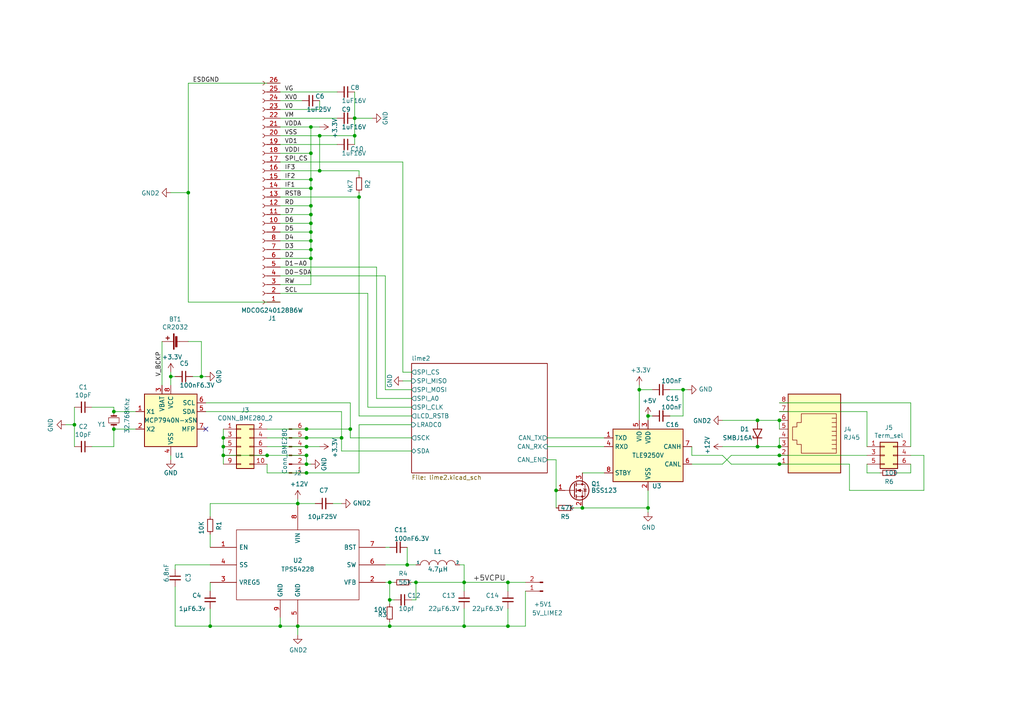
<source format=kicad_sch>
(kicad_sch (version 20211123) (generator eeschema)
  (paper "A4")
  (title_block (title "SHIELD") (date "13 mar 2014") (comment 1 "Template"))
  (lib_symbols
    (symbol "Connector:Conn_01x02_Male" (pin_names (offset 1.016) hide)
      (property "Reference" "J" (at 0 2.54 0))
      (property "Value" "Conn_01x02_Male" (at 0 -5.08 0))
      (symbol "Conn_01x02_Male_1_1"
        (polyline (pts (xy 1.27 -2.54) (xy 0.8636 -2.54)) (stroke (width 0.1524)))
        (polyline (pts (xy 1.27 0) (xy 0.8636 0)) (stroke (width 0.1524)))
        (rectangle (start 0.8636 -2.413) (end 0 -2.667) (stroke (width 0.1524)) (fill (type outline)))
        (rectangle (start 0.8636 0.127) (end 0 -0.127) (stroke (width 0.1524)) (fill (type outline)))
        (pin passive line (at 5.08 0 180) (length 3.81) (name "Pin_1") (number "1"))
        (pin passive line (at 5.08 -2.54 180) (length 3.81) (name "Pin_2") (number "2"))
      )
    )
    (symbol "Connector:Conn_01x06_Male" (pin_names (offset 1.016) hide)
      (property "Reference" "J" (at 0 7.62 0))
      (property "Value" "Conn_01x06_Male" (at 0 -10.16 0))
      (symbol "Conn_01x06_Male_1_1"
        (polyline (pts (xy 1.27 -7.62) (xy 0.8636 -7.62)) (stroke (width 0.1524)))
        (polyline (pts (xy 1.27 -5.08) (xy 0.8636 -5.08)) (stroke (width 0.1524)))
        (polyline (pts (xy 1.27 -2.54) (xy 0.8636 -2.54)) (stroke (width 0.1524)))
        (polyline (pts (xy 1.27 0) (xy 0.8636 0)) (stroke (width 0.1524)))
        (polyline (pts (xy 1.27 2.54) (xy 0.8636 2.54)) (stroke (width 0.1524)))
        (polyline (pts (xy 1.27 5.08) (xy 0.8636 5.08)) (stroke (width 0.1524)))
        (rectangle (start 0.8636 -7.493) (end 0 -7.747) (stroke (width 0.1524)) (fill (type outline)))
        (rectangle (start 0.8636 -4.953) (end 0 -5.207) (stroke (width 0.1524)) (fill (type outline)))
        (rectangle (start 0.8636 -2.413) (end 0 -2.667) (stroke (width 0.1524)) (fill (type outline)))
        (rectangle (start 0.8636 0.127) (end 0 -0.127) (stroke (width 0.1524)) (fill (type outline)))
        (rectangle (start 0.8636 2.667) (end 0 2.413) (stroke (width 0.1524)) (fill (type outline)))
        (rectangle (start 0.8636 5.207) (end 0 4.953) (stroke (width 0.1524)) (fill (type outline)))
        (pin passive line (at 5.08 5.08 180) (length 3.81) (name "Pin_1") (number "1"))
        (pin passive line (at 5.08 2.54 180) (length 3.81) (name "Pin_2") (number "2"))
        (pin passive line (at 5.08 0 180) (length 3.81) (name "Pin_3") (number "3"))
        (pin passive line (at 5.08 -2.54 180) (length 3.81) (name "Pin_4") (number "4"))
        (pin passive line (at 5.08 -5.08 180) (length 3.81) (name "Pin_5") (number "5"))
        (pin passive line (at 5.08 -7.62 180) (length 3.81) (name "Pin_6") (number "6"))
      )
    )
    (symbol "Connector:Conn_01x26_Female" (pin_names (offset 1.016) hide)
      (property "Reference" "J" (at 0 33.02 0))
      (property "Value" "Conn_01x26_Female" (at 0 -35.56 0))
      (symbol "Conn_01x26_Female_1_1"
        (arc (start 0 -32.512) (mid -0.508 -33.02) (end 0 -33.528) (stroke (width 0.1524)))
        (arc (start 0 -29.972) (mid -0.508 -30.48) (end 0 -30.988) (stroke (width 0.1524)))
        (arc (start 0 -27.432) (mid -0.508 -27.94) (end 0 -28.448) (stroke (width 0.1524)))
        (arc (start 0 -24.892) (mid -0.508 -25.4) (end 0 -25.908) (stroke (width 0.1524)))
        (arc (start 0 -22.352) (mid -0.508 -22.86) (end 0 -23.368) (stroke (width 0.1524)))
        (arc (start 0 -19.812) (mid -0.508 -20.32) (end 0 -20.828) (stroke (width 0.1524)))
        (arc (start 0 -17.272) (mid -0.508 -17.78) (end 0 -18.288) (stroke (width 0.1524)))
        (arc (start 0 -14.732) (mid -0.508 -15.24) (end 0 -15.748) (stroke (width 0.1524)))
        (arc (start 0 -12.192) (mid -0.508 -12.7) (end 0 -13.208) (stroke (width 0.1524)))
        (arc (start 0 -9.652) (mid -0.508 -10.16) (end 0 -10.668) (stroke (width 0.1524)))
        (arc (start 0 -7.112) (mid -0.508 -7.62) (end 0 -8.128) (stroke (width 0.1524)))
        (arc (start 0 -4.572) (mid -0.508 -5.08) (end 0 -5.588) (stroke (width 0.1524)))
        (arc (start 0 -2.032) (mid -0.508 -2.54) (end 0 -3.048) (stroke (width 0.1524)))
        (polyline (pts (xy -1.27 -33.02) (xy -0.508 -33.02)) (stroke (width 0.1524)))
        (polyline (pts (xy -1.27 -30.48) (xy -0.508 -30.48)) (stroke (width 0.1524)))
        (polyline (pts (xy -1.27 -27.94) (xy -0.508 -27.94)) (stroke (width 0.1524)))
        (polyline (pts (xy -1.27 -25.4) (xy -0.508 -25.4)) (stroke (width 0.1524)))
        (polyline (pts (xy -1.27 -22.86) (xy -0.508 -22.86)) (stroke (width 0.1524)))
        (polyline (pts (xy -1.27 -20.32) (xy -0.508 -20.32)) (stroke (width 0.1524)))
        (polyline (pts (xy -1.27 -17.78) (xy -0.508 -17.78)) (stroke (width 0.1524)))
        (polyline (pts (xy -1.27 -15.24) (xy -0.508 -15.24)) (stroke (width 0.1524)))
        (polyline (pts (xy -1.27 -12.7) (xy -0.508 -12.7)) (stroke (width 0.1524)))
        (polyline (pts (xy -1.27 -10.16) (xy -0.508 -10.16)) (stroke (width 0.1524)))
        (polyline (pts (xy -1.27 -7.62) (xy -0.508 -7.62)) (stroke (width 0.1524)))
        (polyline (pts (xy -1.27 -5.08) (xy -0.508 -5.08)) (stroke (width 0.1524)))
        (polyline (pts (xy -1.27 -2.54) (xy -0.508 -2.54)) (stroke (width 0.1524)))
        (polyline (pts (xy -1.27 0) (xy -0.508 0)) (stroke (width 0.1524)))
        (polyline (pts (xy -1.27 2.54) (xy -0.508 2.54)) (stroke (width 0.1524)))
        (polyline (pts (xy -1.27 5.08) (xy -0.508 5.08)) (stroke (width 0.1524)))
        (polyline (pts (xy -1.27 7.62) (xy -0.508 7.62)) (stroke (width 0.1524)))
        (polyline (pts (xy -1.27 10.16) (xy -0.508 10.16)) (stroke (width 0.1524)))
        (polyline (pts (xy -1.27 12.7) (xy -0.508 12.7)) (stroke (width 0.1524)))
        (polyline (pts (xy -1.27 15.24) (xy -0.508 15.24)) (stroke (width 0.1524)))
        (polyline (pts (xy -1.27 17.78) (xy -0.508 17.78)) (stroke (width 0.1524)))
        (polyline (pts (xy -1.27 20.32) (xy -0.508 20.32)) (stroke (width 0.1524)))
        (polyline (pts (xy -1.27 22.86) (xy -0.508 22.86)) (stroke (width 0.1524)))
        (polyline (pts (xy -1.27 25.4) (xy -0.508 25.4)) (stroke (width 0.1524)))
        (polyline (pts (xy -1.27 27.94) (xy -0.508 27.94)) (stroke (width 0.1524)))
        (polyline (pts (xy -1.27 30.48) (xy -0.508 30.48)) (stroke (width 0.1524)))
        (arc (start 0 0.508) (mid -0.508 0) (end 0 -0.508) (stroke (width 0.1524)))
        (arc (start 0 3.048) (mid -0.508 2.54) (end 0 2.032) (stroke (width 0.1524)))
        (arc (start 0 5.588) (mid -0.508 5.08) (end 0 4.572) (stroke (width 0.1524)))
        (arc (start 0 8.128) (mid -0.508 7.62) (end 0 7.112) (stroke (width 0.1524)))
        (arc (start 0 10.668) (mid -0.508 10.16) (end 0 9.652) (stroke (width 0.1524)))
        (arc (start 0 13.208) (mid -0.508 12.7) (end 0 12.192) (stroke (width 0.1524)))
        (arc (start 0 15.748) (mid -0.508 15.24) (end 0 14.732) (stroke (width 0.1524)))
        (arc (start 0 18.288) (mid -0.508 17.78) (end 0 17.272) (stroke (width 0.1524)))
        (arc (start 0 20.828) (mid -0.508 20.32) (end 0 19.812) (stroke (width 0.1524)))
        (arc (start 0 23.368) (mid -0.508 22.86) (end 0 22.352) (stroke (width 0.1524)))
        (arc (start 0 25.908) (mid -0.508 25.4) (end 0 24.892) (stroke (width 0.1524)))
        (arc (start 0 28.448) (mid -0.508 27.94) (end 0 27.432) (stroke (width 0.1524)))
        (arc (start 0 30.988) (mid -0.508 30.48) (end 0 29.972) (stroke (width 0.1524)))
        (pin passive line (at -5.08 30.48 0) (length 3.81) (name "Pin_1") (number "1"))
        (pin passive line (at -5.08 7.62 0) (length 3.81) (name "Pin_10") (number "10"))
        (pin passive line (at -5.08 5.08 0) (length 3.81) (name "Pin_11") (number "11"))
        (pin passive line (at -5.08 2.54 0) (length 3.81) (name "Pin_12") (number "12"))
        (pin passive line (at -5.08 0 0) (length 3.81) (name "Pin_13") (number "13"))
        (pin passive line (at -5.08 -2.54 0) (length 3.81) (name "Pin_14") (number "14"))
        (pin passive line (at -5.08 -5.08 0) (length 3.81) (name "Pin_15") (number "15"))
        (pin passive line (at -5.08 -7.62 0) (length 3.81) (name "Pin_16") (number "16"))
        (pin passive line (at -5.08 -10.16 0) (length 3.81) (name "Pin_17") (number "17"))
        (pin passive line (at -5.08 -12.7 0) (length 3.81) (name "Pin_18") (number "18"))
        (pin passive line (at -5.08 -15.24 0) (length 3.81) (name "Pin_19") (number "19"))
        (pin passive line (at -5.08 27.94 0) (length 3.81) (name "Pin_2") (number "2"))
        (pin passive line (at -5.08 -17.78 0) (length 3.81) (name "Pin_20") (number "20"))
        (pin passive line (at -5.08 -20.32 0) (length 3.81) (name "Pin_21") (number "21"))
        (pin passive line (at -5.08 -22.86 0) (length 3.81) (name "Pin_22") (number "22"))
        (pin passive line (at -5.08 -25.4 0) (length 3.81) (name "Pin_23") (number "23"))
        (pin passive line (at -5.08 -27.94 0) (length 3.81) (name "Pin_24") (number "24"))
        (pin passive line (at -5.08 -30.48 0) (length 3.81) (name "Pin_25") (number "25"))
        (pin passive line (at -5.08 -33.02 0) (length 3.81) (name "Pin_26") (number "26"))
        (pin passive line (at -5.08 25.4 0) (length 3.81) (name "Pin_3") (number "3"))
        (pin passive line (at -5.08 22.86 0) (length 3.81) (name "Pin_4") (number "4"))
        (pin passive line (at -5.08 20.32 0) (length 3.81) (name "Pin_5") (number "5"))
        (pin passive line (at -5.08 17.78 0) (length 3.81) (name "Pin_6") (number "6"))
        (pin passive line (at -5.08 15.24 0) (length 3.81) (name "Pin_7") (number "7"))
        (pin passive line (at -5.08 12.7 0) (length 3.81) (name "Pin_8") (number "8"))
        (pin passive line (at -5.08 10.16 0) (length 3.81) (name "Pin_9") (number "9"))
      )
    )
    (symbol "Connector:RJ45" (pin_names (offset 1.016))
      (property "Reference" "J" (at -5.08 13.97 0))
      (property "Value" "RJ45" (at 2.54 13.97 0))
      (symbol "RJ45_0_1"
        (polyline (pts (xy -5.08 4.445) (xy -6.35 4.445)))
        (polyline (pts (xy -5.08 5.715) (xy -6.35 5.715)))
        (polyline (pts (xy -6.35 -3.175) (xy -5.08 -3.175) (xy -5.08 -3.175)))
        (polyline (pts (xy -6.35 -1.905) (xy -5.08 -1.905) (xy -5.08 -1.905)))
        (polyline (pts (xy -6.35 -0.635) (xy -5.08 -0.635) (xy -5.08 -0.635)))
        (polyline (pts (xy -6.35 0.635) (xy -5.08 0.635) (xy -5.08 0.635)))
        (polyline (pts (xy -6.35 1.905) (xy -5.08 1.905) (xy -5.08 1.905)))
        (polyline (pts (xy -5.08 3.175) (xy -6.35 3.175) (xy -6.35 3.175)))
        (polyline (pts (xy -6.35 -4.445) (xy -6.35 6.985) (xy 3.81 6.985) (xy 3.81 4.445) (xy 5.08 4.445) (xy 5.08 3.175) (xy 6.35 3.175) (xy 6.35 -0.635) (xy 5.08 -0.635) (xy 5.08 -1.905) (xy 3.81 -1.905) (xy 3.81 -4.445) (xy -6.35 -4.445) (xy -6.35 -4.445)))
        (rectangle (start 7.62 12.7) (end -7.62 -10.16) (stroke (width 0.254)) (fill (type background)))
      )
      (symbol "RJ45_1_1"
        (pin passive line (at 10.16 -7.62 180) (length 2.54) (name "~") (number "1"))
        (pin passive line (at 10.16 -5.08 180) (length 2.54) (name "~") (number "2"))
        (pin passive line (at 10.16 -2.54 180) (length 2.54) (name "~") (number "3"))
        (pin passive line (at 10.16 0 180) (length 2.54) (name "~") (number "4"))
        (pin passive line (at 10.16 2.54 180) (length 2.54) (name "~") (number "5"))
        (pin passive line (at 10.16 5.08 180) (length 2.54) (name "~") (number "6"))
        (pin passive line (at 10.16 7.62 180) (length 2.54) (name "~") (number "7"))
        (pin passive line (at 10.16 10.16 180) (length 2.54) (name "~") (number "8"))
      )
    )
    (symbol "Connector_Generic:Conn_02x03_Odd_Even" (pin_names (offset 1.016) hide)
      (property "Reference" "J" (at 1.27 5.08 0))
      (property "Value" "Conn_02x03_Odd_Even" (at 1.27 -5.08 0))
      (symbol "Conn_02x03_Odd_Even_1_1"
        (rectangle (start -1.27 -2.413) (end 0 -2.667) (stroke (width 0.1524)))
        (rectangle (start -1.27 0.127) (end 0 -0.127) (stroke (width 0.1524)))
        (rectangle (start -1.27 2.667) (end 0 2.413) (stroke (width 0.1524)))
        (rectangle (start -1.27 3.81) (end 3.81 -3.81) (stroke (width 0.254)) (fill (type background)))
        (rectangle (start 3.81 -2.413) (end 2.54 -2.667) (stroke (width 0.1524)))
        (rectangle (start 3.81 0.127) (end 2.54 -0.127) (stroke (width 0.1524)))
        (rectangle (start 3.81 2.667) (end 2.54 2.413) (stroke (width 0.1524)))
        (pin passive line (at -5.08 2.54 0) (length 3.81) (name "Pin_1") (number "1"))
        (pin passive line (at 7.62 2.54 180) (length 3.81) (name "Pin_2") (number "2"))
        (pin passive line (at -5.08 0 0) (length 3.81) (name "Pin_3") (number "3"))
        (pin passive line (at 7.62 0 180) (length 3.81) (name "Pin_4") (number "4"))
        (pin passive line (at -5.08 -2.54 0) (length 3.81) (name "Pin_5") (number "5"))
        (pin passive line (at 7.62 -2.54 180) (length 3.81) (name "Pin_6") (number "6"))
      )
    )
    (symbol "Connector_Generic:Conn_02x05_Odd_Even" (pin_names (offset 1.016) hide)
      (property "Reference" "J" (at 1.27 7.62 0))
      (property "Value" "Conn_02x05_Odd_Even" (at 1.27 -7.62 0))
      (symbol "Conn_02x05_Odd_Even_1_1"
        (rectangle (start -1.27 -4.953) (end 0 -5.207) (stroke (width 0.1524)))
        (rectangle (start -1.27 -2.413) (end 0 -2.667) (stroke (width 0.1524)))
        (rectangle (start -1.27 0.127) (end 0 -0.127) (stroke (width 0.1524)))
        (rectangle (start -1.27 2.667) (end 0 2.413) (stroke (width 0.1524)))
        (rectangle (start -1.27 5.207) (end 0 4.953) (stroke (width 0.1524)))
        (rectangle (start -1.27 6.35) (end 3.81 -6.35) (stroke (width 0.254)) (fill (type background)))
        (rectangle (start 3.81 -4.953) (end 2.54 -5.207) (stroke (width 0.1524)))
        (rectangle (start 3.81 -2.413) (end 2.54 -2.667) (stroke (width 0.1524)))
        (rectangle (start 3.81 0.127) (end 2.54 -0.127) (stroke (width 0.1524)))
        (rectangle (start 3.81 2.667) (end 2.54 2.413) (stroke (width 0.1524)))
        (rectangle (start 3.81 5.207) (end 2.54 4.953) (stroke (width 0.1524)))
        (pin passive line (at -5.08 5.08 0) (length 3.81) (name "Pin_1") (number "1"))
        (pin passive line (at 7.62 -5.08 180) (length 3.81) (name "Pin_10") (number "10"))
        (pin passive line (at 7.62 5.08 180) (length 3.81) (name "Pin_2") (number "2"))
        (pin passive line (at -5.08 2.54 0) (length 3.81) (name "Pin_3") (number "3"))
        (pin passive line (at 7.62 2.54 180) (length 3.81) (name "Pin_4") (number "4"))
        (pin passive line (at -5.08 0 0) (length 3.81) (name "Pin_5") (number "5"))
        (pin passive line (at 7.62 0 180) (length 3.81) (name "Pin_6") (number "6"))
        (pin passive line (at -5.08 -2.54 0) (length 3.81) (name "Pin_7") (number "7"))
        (pin passive line (at 7.62 -2.54 180) (length 3.81) (name "Pin_8") (number "8"))
        (pin passive line (at -5.08 -5.08 0) (length 3.81) (name "Pin_9") (number "9"))
      )
    )
    (symbol "Device:Battery_Cell" (pin_numbers hide) (pin_names (offset 0) hide)
      (property "Reference" "BT" (at 2.54 2.54 0))
      (property "Value" "Battery_Cell" (at 2.54 0 0))
      (symbol "Battery_Cell_0_1"
        (rectangle (start -2.286 1.778) (end 2.286 1.524) (fill (type outline)))
        (rectangle (start -1.5748 1.1938) (end 1.4732 0.6858) (fill (type outline)))
        (polyline (pts (xy 0 0.762) (xy 0 0)))
        (polyline (pts (xy 0 1.778) (xy 0 2.54)))
        (polyline (pts (xy 0.508 3.429) (xy 1.524 3.429)) (stroke (width 0.254)))
        (polyline (pts (xy 1.016 3.937) (xy 1.016 2.921)) (stroke (width 0.254)))
      )
      (symbol "Battery_Cell_1_1"
        (pin passive line (at 0 5.08 270) (length 2.54) (name "+") (number "1"))
        (pin passive line (at 0 -2.54 90) (length 2.54) (name "-") (number "2"))
      )
    )
    (symbol "Device:C_Small" (pin_numbers hide) (pin_names (offset 0.254) hide)
      (property "Reference" "C" (at 0.254 1.778 0))
      (property "Value" "C_Small" (at 0.254 -2.032 0))
      (symbol "C_Small_0_1"
        (polyline (pts (xy -1.524 -0.508) (xy 1.524 -0.508)) (stroke (width 0.3302)))
        (polyline (pts (xy -1.524 0.508) (xy 1.524 0.508)) (stroke (width 0.3048)))
      )
      (symbol "C_Small_1_1"
        (pin passive line (at 0 2.54 270) (length 2.032) (name "~") (number "1"))
        (pin passive line (at 0 -2.54 90) (length 2.032) (name "~") (number "2"))
      )
    )
    (symbol "Device:Crystal_Small" (pin_numbers hide) (pin_names (offset 1.016) hide)
      (property "Reference" "Y" (at 0 2.54 0))
      (property "Value" "Crystal_Small" (at 0 -2.54 0))
      (symbol "Crystal_Small_0_1"
        (rectangle (start -0.762 -1.524) (end 0.762 1.524))
        (polyline (pts (xy -1.27 -0.762) (xy -1.27 0.762)) (stroke (width 0.381)))
        (polyline (pts (xy 1.27 -0.762) (xy 1.27 0.762)) (stroke (width 0.381)))
      )
      (symbol "Crystal_Small_1_1"
        (pin passive line (at -2.54 0 0) (length 1.27) (name "1") (number "1"))
        (pin passive line (at 2.54 0 180) (length 1.27) (name "2") (number "2"))
      )
    )
    (symbol "Device:Q_NMOS_GSD" (pin_names (offset 0) hide)
      (property "Reference" "Q" (at 5.08 1.27 0))
      (property "Value" "Q_NMOS_GSD" (at 5.08 -1.27 0))
      (symbol "Q_NMOS_GSD_0_1"
        (polyline (pts (xy 0.254 0) (xy -2.54 0)))
        (polyline (pts (xy 0.254 1.905) (xy 0.254 -1.905)) (stroke (width 0.254)))
        (polyline (pts (xy 0.762 -1.27) (xy 0.762 -2.286)) (stroke (width 0.254)))
        (polyline (pts (xy 0.762 0.508) (xy 0.762 -0.508)) (stroke (width 0.254)))
        (polyline (pts (xy 0.762 2.286) (xy 0.762 1.27)) (stroke (width 0.254)))
        (polyline (pts (xy 2.54 2.54) (xy 2.54 1.778)))
        (polyline (pts (xy 2.54 -2.54) (xy 2.54 0) (xy 0.762 0)))
        (polyline (pts (xy 0.762 -1.778) (xy 3.302 -1.778) (xy 3.302 1.778) (xy 0.762 1.778)))
        (polyline (pts (xy 1.016 0) (xy 2.032 0.381) (xy 2.032 -0.381) (xy 1.016 0)) (fill (type outline)))
        (polyline (pts (xy 2.794 0.508) (xy 2.921 0.381) (xy 3.683 0.381) (xy 3.81 0.254)))
        (polyline (pts (xy 3.302 0.381) (xy 2.921 -0.254) (xy 3.683 -0.254) (xy 3.302 0.381)))
        (circle (center 1.651 0) (radius 2.794) (stroke (width 0.254)))
        (circle (center 2.54 -1.778) (radius 0.254) (fill (type outline)))
        (circle (center 2.54 1.778) (radius 0.254) (fill (type outline)))
      )
      (symbol "Q_NMOS_GSD_1_1"
        (pin input line (at -5.08 0 0) (length 2.54) (name "G") (number "1"))
        (pin passive line (at 2.54 -5.08 90) (length 2.54) (name "S") (number "2"))
        (pin passive line (at 2.54 5.08 270) (length 2.54) (name "D") (number "3"))
      )
    )
    (symbol "Device:R_Small" (pin_numbers hide) (pin_names (offset 0.254) hide)
      (property "Reference" "R" (at 0.762 0.508 0))
      (property "Value" "R_Small" (at 0.762 -1.016 0))
      (symbol "R_Small_0_1"
        (rectangle (start -0.762 1.778) (end 0.762 -1.778) (stroke (width 0.2032)))
      )
      (symbol "R_Small_1_1"
        (pin passive line (at 0 2.54 270) (length 0.762) (name "~") (number "1"))
        (pin passive line (at 0 -2.54 90) (length 0.762) (name "~") (number "2"))
      )
    )
    (symbol "Diode:1.5KExxA" (pin_numbers hide) (pin_names (offset 1.016) hide)
      (property "Reference" "D" (at 0 2.54 0))
      (property "Value" "1.5KExxA" (at 0 -2.54 0))
      (symbol "1.5KExxA_0_1"
        (polyline (pts (xy -0.762 1.27) (xy -1.27 1.27) (xy -1.27 -1.27)) (stroke (width 0.254)))
        (polyline (pts (xy 1.27 1.27) (xy 1.27 -1.27) (xy -1.27 0) (xy 1.27 1.27)) (stroke (width 0.254)))
      )
      (symbol "1.5KExxA_1_1"
        (pin passive line (at -3.81 0 0) (length 2.54) (name "A1") (number "1"))
        (pin passive line (at 3.81 0 180) (length 2.54) (name "A2") (number "2"))
      )
    )
    (symbol "Interface_CAN_LIN:MCP2542FDxMF"
      (property "Reference" "U" (at -10.16 8.89 0))
      (property "Value" "MCP2542FDxMF" (at 2.54 8.89 0))
      (symbol "MCP2542FDxMF_0_1"
        (rectangle (start -10.16 7.62) (end 10.16 -7.62) (stroke (width 0.254)) (fill (type background)))
      )
      (symbol "MCP2542FDxMF_1_1"
        (pin input line (at -12.7 5.08 0) (length 2.54) (name "TXD") (number "1"))
        (pin power_in line (at 0 -10.16 90) (length 2.54) (name "VSS") (number "2"))
        (pin power_in line (at 0 10.16 270) (length 2.54) (name "VDD") (number "3"))
        (pin output line (at -12.7 2.54 0) (length 2.54) (name "RXD") (number "4"))
        (pin power_in line (at -2.54 10.16 270) (length 2.54) (name "VIO") (number "5"))
        (pin bidirectional line (at 12.7 -2.54 180) (length 2.54) (name "CANL") (number "6"))
        (pin bidirectional line (at 12.7 2.54 180) (length 2.54) (name "CANH") (number "7"))
        (pin input line (at -12.7 -5.08 0) (length 2.54) (name "STBY") (number "8"))
        (pin passive line (at 0 -10.16 90) (length 2.54) hide (name "VSS") (number "9"))
      )
    )
    (symbol "Timer_RTC:MCP7940N-xSN"
      (property "Reference" "U" (at -6.35 8.89 0))
      (property "Value" "MCP7940N-xSN" (at 11.43 8.89 0))
      (symbol "MCP7940N-xSN_0_1"
        (rectangle (start -7.62 7.62) (end 7.62 -7.62) (stroke (width 0.254)) (fill (type background)))
      )
      (symbol "MCP7940N-xSN_1_1"
        (pin input line (at 10.16 2.54 180) (length 2.54) (name "X1") (number "1"))
        (pin output line (at 10.16 -2.54 180) (length 2.54) (name "X2") (number "2"))
        (pin power_in line (at 2.54 10.16 270) (length 2.54) (name "VBAT") (number "3"))
        (pin power_in line (at 0 -10.16 90) (length 2.54) (name "VSS") (number "4"))
        (pin bidirectional line (at -10.16 2.54 0) (length 2.54) (name "SDA") (number "5"))
        (pin input line (at -10.16 5.08 0) (length 2.54) (name "SCL") (number "6"))
        (pin open_collector line (at -10.16 -2.54 0) (length 2.54) (name "MFP") (number "7"))
        (pin power_in line (at 0 10.16 270) (length 2.54) (name "VCC") (number "8"))
      )
    )
    (symbol "power:+12V" (power) (pin_names (offset 0))
      (property "Value" "+12V" (at 0 3.556 0))
      (symbol "+12V_0_1"
        (polyline (pts (xy -0.762 1.27) (xy 0 2.54)))
        (polyline (pts (xy 0 0) (xy 0 2.54)))
        (polyline (pts (xy 0 2.54) (xy 0.762 1.27)))
      )
      (symbol "+12V_1_1"
        (pin power_in line (at 0 0 90) (length 0) hide (name "+12V") (number "1"))
      )
    )
    (symbol "power:+3.3V" (power) (pin_names (offset 0))
      (property "Value" "+3.3V" (at 0 3.556 0))
      (symbol "+3.3V_0_1"
        (polyline (pts (xy -0.762 1.27) (xy 0 2.54)))
        (polyline (pts (xy 0 0) (xy 0 2.54)))
        (polyline (pts (xy 0 2.54) (xy 0.762 1.27)))
      )
      (symbol "+3.3V_1_1"
        (pin power_in line (at 0 0 90) (length 0) hide (name "+3.3V") (number "1"))
      )
    )
    (symbol "power:+5V" (power) (pin_names (offset 0))
      (property "Value" "+5V" (at 0 3.556 0))
      (symbol "+5V_0_1"
        (polyline (pts (xy -0.762 1.27) (xy 0 2.54)))
        (polyline (pts (xy 0 0) (xy 0 2.54)))
        (polyline (pts (xy 0 2.54) (xy 0.762 1.27)))
      )
      (symbol "+5V_1_1"
        (pin power_in line (at 0 0 90) (length 0) hide (name "+5V") (number "1"))
      )
    )
    (symbol "power:GND" (power) (pin_names (offset 0))
      (property "Value" "GND" (at 0 -3.81 0))
      (symbol "GND_0_1"
        (polyline (pts (xy 0 0) (xy 0 -1.27) (xy 1.27 -1.27) (xy 0 -2.54) (xy -1.27 -1.27) (xy 0 -1.27)))
      )
      (symbol "GND_1_1"
        (pin power_in line (at 0 0 270) (length 0) hide (name "GND") (number "1"))
      )
    )
    (symbol "power:GND2" (power) (pin_names (offset 0))
      (property "Value" "GND2" (at 0 -3.81 0))
      (symbol "GND2_0_1"
        (polyline (pts (xy 0 0) (xy 0 -1.27) (xy 1.27 -1.27) (xy 0 -2.54) (xy -1.27 -1.27) (xy 0 -1.27)))
      )
      (symbol "GND2_1_1"
        (pin power_in line (at 0 0 270) (length 0) hide (name "GND2") (number "1"))
      )
    )
    (symbol "pspice:INDUCTOR" (pin_numbers hide) (pin_names (offset 0))
      (property "Reference" "L" (at 0 2.54 0))
      (property "Value" "INDUCTOR" (at 0 -1.27 0))
      (symbol "INDUCTOR_0_1"
        (arc (start -2.54 0) (mid -3.81 1.27) (end -5.08 0))
        (arc (start 0 0) (mid -1.27 1.27) (end -2.54 0))
        (arc (start 2.54 0) (mid 1.27 1.27) (end 0 0))
        (arc (start 5.08 0) (mid 3.81 1.27) (end 2.54 0))
      )
      (symbol "INDUCTOR_1_1"
        (pin input line (at -6.35 0 0) (length 1.27) (name "1") (number "1"))
        (pin input line (at 6.35 0 180) (length 1.27) (name "2") (number "2"))
      )
    )
    (symbol "regul-local:TPS54228" (pin_names (offset 0.762))
      (property "Reference" "U" (at 5.588 11.43 0))
      (property "Value" "TPS54228" (at 8.636 -11.3538 0))
      (symbol "TPS54228_0_1"
        (rectangle (start -17.78 -10.16) (end 17.78 10.16))
      )
      (symbol "TPS54228_1_1"
        (pin input line (at -25.4 5.08 0) (length 7.62) (name "EN") (number "1"))
        (pin input line (at 25.4 -5.08 180) (length 7.62) (name "VFB") (number "2"))
        (pin output line (at -25.4 -5.08 0) (length 7.62) (name "VREG5") (number "3"))
        (pin output line (at -25.4 0 0) (length 7.62) (name "SS") (number "4"))
        (pin input line (at 0 -17.78 90) (length 7.62) (name "GND") (number "5"))
        (pin power_out line (at 25.4 0 180) (length 7.62) (name "SW") (number "6"))
        (pin input line (at 25.4 5.08 180) (length 7.62) (name "BST") (number "7"))
        (pin power_in line (at 0 17.78 270) (length 7.62) (name "VIN") (number "8"))
        (pin power_in line (at -5.08 -15.24 90) (length 5.08) (name "GND") (number "9"))
      )
    )
  )
  (junction (at 134.62 181.61))
  (junction (at 226.06 129.54))
  (junction (at 77.47 132.08))
  (junction (at 120.65 168.91))
  (junction (at 187.96 120.65))
  (junction (at 92.71 39.37))
  (junction (at 90.17 64.77))
  (junction (at 81.28 181.61))
  (junction (at 60.96 181.61))
  (junction (at 168.91 147.32))
  (junction (at 90.17 52.07))
  (junction (at 219.71 121.92))
  (junction (at 113.03 181.61))
  (junction (at 90.17 44.45))
  (junction (at 226.06 132.08))
  (junction (at 92.71 49.53))
  (junction (at 90.17 54.61))
  (junction (at 33.02 124.46))
  (junction (at 90.17 62.23))
  (junction (at 113.03 168.91))
  (junction (at 185.42 113.03))
  (junction (at 58.42 109.22))
  (junction (at 88.9 132.08))
  (junction (at 88.9 134.62))
  (junction (at 21.59 123.19))
  (junction (at 219.71 129.54))
  (junction (at 88.9 129.54))
  (junction (at 64.77 129.54))
  (junction (at 187.96 147.32))
  (junction (at 88.9 137.16))
  (junction (at 90.17 36.83))
  (junction (at 90.17 59.69))
  (junction (at 64.77 132.08))
  (junction (at 33.02 119.38))
  (junction (at 90.17 74.93))
  (junction (at 147.32 168.91))
  (junction (at 113.03 173.99))
  (junction (at 99.06 127))
  (junction (at 88.9 127))
  (junction (at 104.14 57.15))
  (junction (at 86.36 146.05))
  (junction (at 90.17 72.39))
  (junction (at 49.53 109.22))
  (junction (at 226.06 121.92))
  (junction (at 101.6 124.46))
  (junction (at 90.17 67.31))
  (junction (at 54.61 55.88))
  (junction (at 86.36 181.61))
  (junction (at 64.77 127))
  (junction (at 118.11 163.83))
  (junction (at 90.17 69.85))
  (junction (at 102.87 34.29))
  (junction (at 198.12 113.03))
  (junction (at 134.62 168.91))
  (junction (at 161.29 142.24))
  (junction (at 226.06 134.62))
  (junction (at 88.9 124.46))
  (junction (at 147.32 181.61))
  (junction (at 102.87 39.37))
  (no_connect (at 59.69 124.46))
  (wire (pts (xy 209.55 121.92) (xy 219.71 121.92)))
  (wire (pts (xy 267.97 142.24) (xy 246.38 142.24)))
  (wire (pts (xy 109.22 115.57) (xy 109.22 77.47)))
  (wire (pts (xy 64.77 127) (xy 64.77 124.46)))
  (wire (pts (xy 54.61 87.63) (xy 81.28 87.63)))
  (wire (pts (xy 81.28 74.93) (xy 90.17 74.93)))
  (wire (pts (xy 101.6 124.46) (xy 101.6 127)))
  (wire (pts (xy 219.71 129.54) (xy 226.06 129.54)))
  (wire (pts (xy 86.36 146.05) (xy 86.36 144.78)))
  (wire (pts (xy 134.62 163.83) (xy 134.62 168.91)))
  (wire (pts (xy 90.17 54.61) (xy 81.28 54.61)))
  (wire (pts (xy 81.28 24.13) (xy 54.61 24.13)))
  (wire (pts (xy 120.65 168.91) (xy 134.62 168.91)))
  (wire (pts (xy 33.02 124.46) (xy 39.37 124.46)))
  (wire (pts (xy 64.77 132.08) (xy 64.77 134.62)))
  (wire (pts (xy 92.71 129.54) (xy 88.9 129.54)))
  (wire (pts (xy 88.9 137.16) (xy 77.47 137.16)))
  (wire (pts (xy 161.29 147.32) (xy 161.29 142.24)))
  (wire (pts (xy 90.17 36.83) (xy 92.71 36.83)))
  (wire (pts (xy 49.53 132.08) (xy 49.53 133.35)))
  (wire (pts (xy 77.47 137.16) (xy 77.47 134.62)))
  (wire (pts (xy 104.14 137.16) (xy 88.9 137.16)))
  (wire (pts (xy 185.42 111.76) (xy 185.42 113.03)))
  (wire (pts (xy 147.32 181.61) (xy 134.62 181.61)))
  (wire (pts (xy 226.06 119.38) (xy 251.46 119.38)))
  (wire (pts (xy 116.84 46.99) (xy 81.28 46.99)))
  (wire (pts (xy 81.28 80.01) (xy 111.76 80.01)))
  (wire (pts (xy 104.14 50.8) (xy 104.14 49.53)))
  (wire (pts (xy 119.38 168.91) (xy 120.65 168.91)))
  (wire (pts (xy 104.14 120.65) (xy 104.14 57.15)))
  (wire (pts (xy 50.8 163.83) (xy 50.8 165.1)))
  (wire (pts (xy 189.23 120.65) (xy 187.96 120.65)))
  (wire (pts (xy 99.06 119.38) (xy 99.06 127)))
  (wire (pts (xy 104.14 123.19) (xy 104.14 137.16)))
  (wire (pts (xy 251.46 129.54) (xy 251.46 119.38)))
  (wire (pts (xy 113.03 168.91) (xy 114.3 168.91)))
  (wire (pts (xy 49.53 109.22) (xy 49.53 107.95)))
  (wire (pts (xy 81.28 69.85) (xy 90.17 69.85)))
  (wire (pts (xy 81.28 181.61) (xy 60.96 181.61)))
  (wire (pts (xy 209.55 129.54) (xy 219.71 129.54)))
  (wire (pts (xy 81.28 179.07) (xy 81.28 181.61)))
  (wire (pts (xy 81.28 29.21) (xy 87.63 29.21)))
  (wire (pts (xy 99.06 130.81) (xy 119.38 130.81)))
  (wire (pts (xy 111.76 113.03) (xy 111.76 80.01)))
  (wire (pts (xy 92.71 39.37) (xy 102.87 39.37)))
  (wire (pts (xy 50.8 181.61) (xy 50.8 170.18)))
  (wire (pts (xy 264.16 137.16) (xy 264.16 134.62)))
  (wire (pts (xy 86.36 181.61) (xy 86.36 184.15)))
  (wire (pts (xy 106.68 118.11) (xy 119.38 118.11)))
  (wire (pts (xy 209.55 132.08) (xy 200.66 132.08)))
  (wire (pts (xy 81.28 67.31) (xy 90.17 67.31)))
  (wire (pts (xy 200.66 132.08) (xy 200.66 129.54)))
  (wire (pts (xy 92.71 29.21) (xy 92.71 31.75)))
  (wire (pts (xy 212.09 132.08) (xy 209.55 134.62)))
  (wire (pts (xy 119.38 113.03) (xy 111.76 113.03)))
  (wire (pts (xy 119.38 123.19) (xy 104.14 123.19)))
  (wire (pts (xy 246.38 134.62) (xy 226.06 134.62)))
  (wire (pts (xy 158.75 129.54) (xy 175.26 129.54)))
  (wire (pts (xy 92.71 31.75) (xy 81.28 31.75)))
  (wire (pts (xy 88.9 129.54) (xy 77.47 129.54)))
  (wire (pts (xy 198.12 113.03) (xy 198.12 120.65)))
  (wire (pts (xy 60.96 181.61) (xy 50.8 181.61)))
  (wire (pts (xy 264.16 132.08) (xy 267.97 132.08)))
  (wire (pts (xy 226.06 129.54) (xy 226.06 127)))
  (wire (pts (xy 168.91 137.16) (xy 175.26 137.16)))
  (wire (pts (xy 185.42 113.03) (xy 185.42 121.92)))
  (wire (pts (xy 81.28 72.39) (xy 90.17 72.39)))
  (wire (pts (xy 86.36 181.61) (xy 81.28 181.61)))
  (wire (pts (xy 187.96 120.65) (xy 187.96 121.92)))
  (wire (pts (xy 119.38 115.57) (xy 109.22 115.57)))
  (wire (pts (xy 81.28 26.67) (xy 97.79 26.67)))
  (wire (pts (xy 90.17 59.69) (xy 81.28 59.69)))
  (wire (pts (xy 90.17 74.93) (xy 90.17 72.39)))
  (wire (pts (xy 88.9 132.08) (xy 77.47 132.08)))
  (wire (pts (xy 212.09 132.08) (xy 226.06 132.08)))
  (wire (pts (xy 119.38 120.65) (xy 104.14 120.65)))
  (wire (pts (xy 113.03 168.91) (xy 113.03 173.99)))
  (wire (pts (xy 90.17 64.77) (xy 90.17 62.23)))
  (wire (pts (xy 81.28 82.55) (xy 90.17 82.55)))
  (wire (pts (xy 226.06 116.84) (xy 264.16 116.84)))
  (wire (pts (xy 251.46 137.16) (xy 251.46 134.62)))
  (wire (pts (xy 198.12 113.03) (xy 199.39 113.03)))
  (wire (pts (xy 58.42 99.06) (xy 58.42 109.22)))
  (wire (pts (xy 152.4 181.61) (xy 152.4 171.45)))
  (wire (pts (xy 104.14 57.15) (xy 81.28 57.15)))
  (wire (pts (xy 19.05 123.19) (xy 21.59 123.19)))
  (wire (pts (xy 26.67 118.11) (xy 33.02 118.11)))
  (wire (pts (xy 92.71 49.53) (xy 92.71 39.37)))
  (wire (pts (xy 114.3 173.99) (xy 113.03 173.99)))
  (wire (pts (xy 21.59 123.19) (xy 21.59 129.54)))
  (wire (pts (xy 147.32 171.45) (xy 147.32 168.91)))
  (wire (pts (xy 134.62 163.83) (xy 133.35 163.83)))
  (wire (pts (xy 119.38 107.95) (xy 116.84 107.95)))
  (wire (pts (xy 59.69 119.38) (xy 99.06 119.38)))
  (wire (pts (xy 119.38 110.49) (xy 116.84 110.49)))
  (wire (pts (xy 168.91 147.32) (xy 166.37 147.32)))
  (wire (pts (xy 212.09 134.62) (xy 209.55 132.08)))
  (wire (pts (xy 189.23 113.03) (xy 185.42 113.03)))
  (wire (pts (xy 134.62 181.61) (xy 113.03 181.61)))
  (wire (pts (xy 120.65 173.99) (xy 120.65 168.91)))
  (wire (pts (xy 50.8 109.22) (xy 49.53 109.22)))
  (wire (pts (xy 107.95 34.29) (xy 102.87 34.29)))
  (wire (pts (xy 152.4 181.61) (xy 147.32 181.61)))
  (wire (pts (xy 118.11 158.75) (xy 118.11 163.83)))
  (wire (pts (xy 81.28 36.83) (xy 90.17 36.83)))
  (wire (pts (xy 77.47 132.08) (xy 64.77 132.08)))
  (wire (pts (xy 64.77 132.08) (xy 64.77 129.54)))
  (wire (pts (xy 90.17 44.45) (xy 90.17 36.83)))
  (wire (pts (xy 106.68 85.09) (xy 106.68 118.11)))
  (wire (pts (xy 81.28 49.53) (xy 92.71 49.53)))
  (wire (pts (xy 161.29 133.35) (xy 161.29 142.24)))
  (wire (pts (xy 255.27 137.16) (xy 251.46 137.16)))
  (wire (pts (xy 102.87 39.37) (xy 102.87 41.91)))
  (wire (pts (xy 60.96 146.05) (xy 86.36 146.05)))
  (wire (pts (xy 90.17 69.85) (xy 90.17 67.31)))
  (wire (pts (xy 90.17 74.93) (xy 90.17 82.55)))
  (wire (pts (xy 26.67 129.54) (xy 33.02 129.54)))
  (wire (pts (xy 88.9 124.46) (xy 101.6 124.46)))
  (wire (pts (xy 81.28 39.37) (xy 92.71 39.37)))
  (wire (pts (xy 97.79 34.29) (xy 81.28 34.29)))
  (wire (pts (xy 96.52 146.05) (xy 99.06 146.05)))
  (wire (pts (xy 147.32 181.61) (xy 147.32 176.53)))
  (wire (pts (xy 60.96 168.91) (xy 60.96 171.45)))
  (wire (pts (xy 264.16 129.54) (xy 264.16 116.84)))
  (wire (pts (xy 33.02 118.11) (xy 33.02 119.38)))
  (wire (pts (xy 90.17 72.39) (xy 90.17 69.85)))
  (wire (pts (xy 226.06 121.92) (xy 226.06 124.46)))
  (wire (pts (xy 198.12 120.65) (xy 194.31 120.65)))
  (wire (pts (xy 54.61 55.88) (xy 54.61 87.63)))
  (wire (pts (xy 209.55 134.62) (xy 200.66 134.62)))
  (wire (pts (xy 88.9 134.62) (xy 90.17 134.62)))
  (wire (pts (xy 81.28 44.45) (xy 90.17 44.45)))
  (wire (pts (xy 119.38 173.99) (xy 120.65 173.99)))
  (wire (pts (xy 168.91 147.32) (xy 187.96 147.32)))
  (wire (pts (xy 60.96 154.94) (xy 60.96 158.75)))
  (wire (pts (xy 104.14 55.88) (xy 104.14 57.15)))
  (wire (pts (xy 187.96 142.24) (xy 187.96 147.32)))
  (wire (pts (xy 101.6 116.84) (xy 101.6 124.46)))
  (wire (pts (xy 54.61 99.06) (xy 58.42 99.06)))
  (wire (pts (xy 88.9 134.62) (xy 88.9 132.08)))
  (wire (pts (xy 158.75 133.35) (xy 161.29 133.35)))
  (wire (pts (xy 21.59 118.11) (xy 21.59 123.19)))
  (wire (pts (xy 90.17 44.45) (xy 90.17 52.07)))
  (wire (pts (xy 86.36 146.05) (xy 91.44 146.05)))
  (wire (pts (xy 111.76 163.83) (xy 118.11 163.83)))
  (wire (pts (xy 246.38 142.24) (xy 246.38 134.62)))
  (wire (pts (xy 81.28 64.77) (xy 90.17 64.77)))
  (wire (pts (xy 90.17 52.07) (xy 81.28 52.07)))
  (wire (pts (xy 90.17 54.61) (xy 90.17 59.69)))
  (wire (pts (xy 33.02 129.54) (xy 33.02 124.46)))
  (wire (pts (xy 212.09 134.62) (xy 226.06 134.62)))
  (wire (pts (xy 60.96 163.83) (xy 50.8 163.83)))
  (wire (pts (xy 113.03 180.34) (xy 113.03 181.61)))
  (wire (pts (xy 59.69 109.22) (xy 58.42 109.22)))
  (wire (pts (xy 113.03 181.61) (xy 86.36 181.61)))
  (wire (pts (xy 113.03 173.99) (xy 113.03 175.26)))
  (wire (pts (xy 46.99 99.06) (xy 46.99 111.76)))
  (wire (pts (xy 49.53 109.22) (xy 49.53 111.76)))
  (wire (pts (xy 90.17 62.23) (xy 90.17 59.69)))
  (wire (pts (xy 260.35 137.16) (xy 264.16 137.16)))
  (wire (pts (xy 226.06 121.92) (xy 219.71 121.92)))
  (wire (pts (xy 158.75 127) (xy 175.26 127)))
  (wire (pts (xy 111.76 168.91) (xy 113.03 168.91)))
  (wire (pts (xy 81.28 77.47) (xy 109.22 77.47)))
  (wire (pts (xy 102.87 34.29) (xy 102.87 39.37)))
  (wire (pts (xy 88.9 127) (xy 99.06 127)))
  (wire (pts (xy 64.77 129.54) (xy 64.77 127)))
  (wire (pts (xy 90.17 52.07) (xy 90.17 54.61)))
  (wire (pts (xy 60.96 149.86) (xy 60.96 146.05)))
  (wire (pts (xy 81.28 62.23) (xy 90.17 62.23)))
  (wire (pts (xy 60.96 181.61) (xy 60.96 176.53)))
  (wire (pts (xy 81.28 85.09) (xy 106.68 85.09)))
  (wire (pts (xy 134.62 176.53) (xy 134.62 181.61)))
  (wire (pts (xy 102.87 26.67) (xy 102.87 34.29)))
  (wire (pts (xy 111.76 158.75) (xy 113.03 158.75)))
  (wire (pts (xy 97.79 41.91) (xy 81.28 41.91)))
  (wire (pts (xy 101.6 127) (xy 119.38 127)))
  (wire (pts (xy 134.62 168.91) (xy 134.62 171.45)))
  (wire (pts (xy 88.9 124.46) (xy 77.47 124.46)))
  (wire (pts (xy 54.61 24.13) (xy 54.61 55.88)))
  (wire (pts (xy 90.17 67.31) (xy 90.17 64.77)))
  (wire (pts (xy 99.06 127) (xy 99.06 130.81)))
  (wire (pts (xy 33.02 119.38) (xy 39.37 119.38)))
  (wire (pts (xy 118.11 163.83) (xy 120.65 163.83)))
  (wire (pts (xy 267.97 132.08) (xy 267.97 142.24)))
  (wire (pts (xy 92.71 49.53) (xy 104.14 49.53)))
  (wire (pts (xy 88.9 127) (xy 77.47 127)))
  (wire (pts (xy 226.06 132.08) (xy 251.46 132.08)))
  (wire (pts (xy 187.96 147.32) (xy 187.96 148.59)))
  (wire (pts (xy 194.31 113.03) (xy 198.12 113.03)))
  (wire (pts (xy 116.84 107.95) (xy 116.84 46.99)))
  (wire (pts (xy 59.69 116.84) (xy 101.6 116.84)))
  (wire (pts (xy 134.62 168.91) (xy 147.32 168.91)))
  (wire (pts (xy 58.42 109.22) (xy 55.88 109.22)))
  (wire (pts (xy 49.53 55.88) (xy 54.61 55.88)))
  (wire (pts (xy 147.32 168.91) (xy 152.4 168.91)))
  (label "VG" (at 82.55 26.67 0))
  (label "D3" (at 82.55 72.39 0))
  (label "RSTB" (at 82.55 57.15 0))
  (label "D6" (at 82.55 64.77 0))
  (label "VSS" (at 82.55 39.37 0))
  (label "V_BCKP" (at 46.99 109.22 90))
  (label "RD" (at 82.55 59.69 0))
  (label "D0-SDA" (at 82.55 80.01 0))
  (label "IF3" (at 82.55 49.53 0))
  (label "RW" (at 82.55 82.55 0))
  (label "D4" (at 82.55 69.85 0))
  (label "D5" (at 82.55 67.31 0))
  (label "VD1" (at 82.55 41.91 0))
  (label "D7" (at 82.55 62.23 0))
  (label "+5VCPU" (at 137.16 168.91 0) (effects (font (size 1.524 1.524))))
  (label "D1-A0" (at 82.55 77.47 0))
  (label "SCL" (at 82.55 85.09 0))
  (label "VDDI" (at 82.55 44.45 0))
  (label "VDDA" (at 82.55 36.83 0))
  (label "V0" (at 82.55 31.75 0))
  (label "D2" (at 82.55 74.93 0))
  (label "VM" (at 82.55 34.29 0))
  (label "ESDGND" (at 55.88 24.13 0))
  (label "SPI_CS" (at 82.55 46.99 0))
  (label "IF1" (at 82.55 54.61 0))
  (label "IF2" (at 82.55 52.07 0))
  (label "XV0" (at 82.55 29.21 0))
  (symbol (lib_id "power:GND") (at 49.53 133.35 0) (unit 1)
    (property "Reference" "#PWR011" (effects hide))
    (property "Value" "GND" (at 49.53 137.16 0))
  )
  (symbol (lib_id "power:+3.3V") (at 49.53 107.95 0) (unit 1)
    (property "Reference" "#PWR010" (effects hide))
    (property "Value" "+3.3V" (at 49.911 103.5558 0))
  )
  (symbol (lib_id "Device:C_Small") (at 53.34 109.22 270) (unit 1)
    (property "Reference" "C5" (at 52.07 105.41 90) (effects (justify left)))
    (property "Value" "100nF6.3V" (at 52.07 111.76 90) (effects (justify left)))
    (property "Footprint" "Capacitor_SMD:C_0805_2012Metric_Pad1.18x1.45mm_HandSolder" (effects hide))
    (property "P/N" "C0805C104K5RACTU" (effects hide))
  )
  (symbol (lib_id "power:GND") (at 59.69 109.22 90) (unit 1)
    (property "Reference" "#PWR012" (effects hide))
    (property "Value" "GND" (at 63.5 109.22 0))
  )
  (symbol (lib_id "Device:Battery_Cell") (at 52.07 99.06 90) (unit 1)
    (property "Reference" "BT1" (at 50.8 92.583 90))
    (property "Value" "CR2032" (at 50.8 94.8944 90))
    (property "Footprint" "local:1066" (effects hide))
    (property "P/N" "534-1066" (effects hide))
  )
  (symbol (lib_id "Connector:Conn_01x26_Female") (at 76.2 57.15 180) (unit 1)
    (property "Reference" "J1" (at 78.9432 92.329 0))
    (property "Value" "MDCOG240128B6W" (at 78.9432 90.0176 0))
    (property "Footprint" "local:multicomp505110-2691" (effects hide))
    (property "P/N" "505110-2691" (effects hide))
  )
  (symbol (lib_id "Device:C_Small") (at 115.57 158.75 270) (unit 1)
    (property "Reference" "C11" (at 114.3 153.67 90) (effects (justify left)))
    (property "Value" "100nF6.3V" (at 114.3 156.21 90) (effects (justify left)))
    (property "Footprint" "Capacitor_SMD:C_0805_2012Metric_Pad1.18x1.45mm_HandSolder" (effects hide))
    (property "P/N" "C0805C104K5RACTU" (effects hide))
  )
  (symbol (lib_id "pspice:INDUCTOR") (at 127 163.83 0) (unit 1)
    (property "Reference" "L1" (at 127 160.02 0))
    (property "Value" "4.7µH" (at 127 165.1 0))
    (property "Footprint" "local:L_TT_7.3x6.8" (effects hide))
    (property "P/N" " HM72E-064R7LFTR13" (effects hide))
  )
  (symbol (lib_id "Device:C_Small") (at 93.98 146.05 90) (unit 1)
    (property "Reference" "C7" (at 95.25 142.24 90) (effects (justify left)))
    (property "Value" "10µF25V" (at 97.79 149.86 90) (effects (justify left)))
    (property "Footprint" "Capacitor_SMD:C_1210_3225Metric_Pad1.33x2.70mm_HandSolder" (effects hide))
    (property "P/N" "GRM32ER6YA106KA12L" (effects hide))
  )
  (symbol (lib_id "Device:C_Small") (at 147.32 173.99 180) (unit 1)
    (property "Reference" "C14" (at 144.78 172.72 0) (effects (justify left)))
    (property "Value" "22µF6.3V" (at 146.05 176.53 0) (effects (justify left)))
    (property "Footprint" "Capacitor_SMD:C_1210_3225Metric_Pad1.33x2.70mm_HandSolder" (effects hide))
    (property "P/N" "C3225X5R1A226M230AA" (effects hide))
  )
  (symbol (lib_id "Connector:Conn_01x02_Male") (at 157.48 171.45 180) (unit 1)
    (property "Reference" "+5V1" (at 157.48 175.26 0))
    (property "Value" "5V_LIME2" (at 158.75 177.8 0))
    (property "Footprint" "local:MC24356" (effects hide))
    (property "P/N" "MC24356" (effects hide))
  )
  (symbol (lib_id "regul-local:TPS54228") (at 86.36 163.83 0) (unit 1)
    (property "Reference" "U2" (at 86.36 162.56 0))
    (property "Value" "TPS54228" (at 86.36 165.1 0))
    (property "Footprint" "Package_SO:SOIC-8-1EP_3.9x4.9mm_P1.27mm_EP2.41x3.3mm" (effects hide))
    (property "P/N" "TPS54228DDA" (effects hide))
  )
  (symbol (lib_id "Device:R_Small") (at 116.84 168.91 270) (unit 1)
    (property "Reference" "R4" (at 115.57 166.37 90) (effects (justify left)))
    (property "Value" "56K" (at 115.57 168.91 90) (effects (justify left)))
    (property "Footprint" "Resistor_SMD:R_0805_2012Metric_Pad1.20x1.40mm_HandSolder" (effects hide))
    (property "P/N" "WCR1206-56KFI" (effects hide))
  )
  (symbol (lib_id "Device:R_Small") (at 113.03 177.8 180) (unit 1)
    (property "Reference" "R3" (at 112.268 178.308 0) (effects (justify left)))
    (property "Value" "10K" (at 112.268 176.784 0) (effects (justify left)))
    (property "Footprint" "Resistor_SMD:R_1206_3216Metric_Pad1.30x1.75mm_HandSolder" (effects hide))
  )
  (symbol (lib_id "Device:C_Small") (at 50.8 167.64 0) (unit 1)
    (property "Reference" "C3" (at 54.61 168.91 90) (effects (justify left)))
    (property "Value" "6.8nF" (at 48.26 168.91 90) (effects (justify left)))
    (property "Footprint" "Capacitor_SMD:C_0603_1608Metric_Pad1.08x0.95mm_HandSolder" (effects hide))
    (property "P/N" "GRM188R71H682KA01D" (effects hide))
  )
  (symbol (lib_id "Device:C_Small") (at 60.96 173.99 180) (unit 1)
    (property "Reference" "C4" (at 58.42 172.72 0) (effects (justify left)))
    (property "Value" "1µF6.3v" (at 59.69 176.53 0) (effects (justify left)))
    (property "Footprint" "Capacitor_SMD:C_0805_2012Metric_Pad1.18x1.45mm_HandSolder" (effects hide))
    (property "P/N" "GRM21BR71E105KA99L" (effects hide))
  )
  (symbol (lib_id "Device:C_Small") (at 134.62 173.99 180) (unit 1)
    (property "Reference" "C13" (at 132.08 172.72 0) (effects (justify left)))
    (property "Value" "22µF6.3V" (at 133.35 176.53 0) (effects (justify left)))
    (property "Footprint" "Capacitor_SMD:C_1210_3225Metric_Pad1.33x2.70mm_HandSolder" (effects hide))
    (property "P/N" "C3225X5R1A226M230AA" (effects hide))
  )
  (symbol (lib_id "Device:R_Small") (at 60.96 152.4 180) (unit 1)
    (property "Reference" "R1" (at 63.5 151.13 90) (effects (justify left)))
    (property "Value" "10K" (at 58.42 151.13 90) (effects (justify left)))
    (property "Footprint" "Resistor_SMD:R_1206_3216Metric_Pad1.30x1.75mm_HandSolder" (effects hide))
  )
  (symbol (lib_id "Device:C_Small") (at 116.84 173.99 270) (unit 1)
    (property "Reference" "C12" (at 118.11 172.72 90) (effects (justify left)))
    (property "Value" "10pf" (at 115.57 176.53 90) (effects (justify left)))
    (property "Footprint" "Capacitor_SMD:C_0603_1608Metric_Pad1.08x0.95mm_HandSolder" (effects hide))
    (property "P/N" "C0603C100J5GACTU" (effects hide))
  )
  (symbol (lib_id "Device:C_Small") (at 100.33 26.67 270) (unit 1)
    (property "Reference" "C8" (at 101.6 25.4 90) (effects (justify left)))
    (property "Value" "1uF16V" (at 99.06 29.21 90) (effects (justify left)))
    (property "Footprint" "Capacitor_SMD:C_0805_2012Metric_Pad1.18x1.45mm_HandSolder" (effects hide))
    (property "P/N" "C0805C104K5RACTU" (effects hide))
  )
  (symbol (lib_id "Device:C_Small") (at 90.17 29.21 270) (unit 1)
    (property "Reference" "C6" (at 91.44 27.94 90) (effects (justify left)))
    (property "Value" "1uF25V" (at 88.9 31.75 90) (effects (justify left)))
    (property "Footprint" "Capacitor_SMD:C_0805_2012Metric_Pad1.18x1.45mm_HandSolder" (effects hide))
    (property "P/N" "C0805C104K5RACTU" (effects hide))
  )
  (symbol (lib_id "Device:Q_NMOS_GSD") (at 166.37 142.24 0) (unit 1)
    (property "Reference" "Q1" (at 171.45 140.335 0) (effects (justify left)))
    (property "Value" "BSS123" (at 171.45 142.24 0) (effects (justify left)))
    (property "Footprint" "Package_TO_SOT_SMD:SOT-23" (effects hide))
  )
  (symbol (lib_id "Device:R_Small") (at 163.83 147.32 270) (unit 1)
    (property "Reference" "R5" (at 162.56 149.86 90) (effects (justify left)))
    (property "Value" "47K" (at 162.56 147.32 90) (effects (justify left)))
    (property "Footprint" "Resistor_SMD:R_0805_2012Metric_Pad1.20x1.40mm_HandSolder" (effects hide))
    (property "P/N" "MF25 47K" (effects hide))
  )
  (symbol (lib_id "Device:C_Small") (at 100.33 34.29 270) (unit 1)
    (property "Reference" "C9" (at 99.06 31.75 90) (effects (justify left)))
    (property "Value" "1uF16V" (at 99.06 36.83 90) (effects (justify left)))
    (property "Footprint" "Capacitor_SMD:C_0805_2012Metric_Pad1.18x1.45mm_HandSolder" (effects hide))
    (property "P/N" "C0805C104K5RACTU" (effects hide))
  )
  (symbol (lib_id "Connector_Generic:Conn_02x03_Odd_Even") (at 256.54 132.08 0) (unit 1)
    (property "Reference" "J5" (at 257.81 124.0282 0))
    (property "Value" "Term_sel" (at 257.81 126.3396 0))
    (property "Footprint" "Connector_PinHeader_2.54mm:PinHeader_2x03_P2.54mm_Vertical" (effects hide))
  )
  (symbol (lib_id "Device:C_Small") (at 100.33 41.91 270) (unit 1)
    (property "Reference" "C10" (at 101.6 43.18 90) (effects (justify left)))
    (property "Value" "1uF16V" (at 99.06 44.45 90) (effects (justify left)))
    (property "Footprint" "Capacitor_SMD:C_0805_2012Metric_Pad1.18x1.45mm_HandSolder" (effects hide))
    (property "P/N" "C0805C104K5RACTU" (effects hide))
  )
  (symbol (lib_id "Connector:Conn_01x06_Male") (at 83.82 132.08 0) (mirror x) (unit 1)
    (property "Reference" "J2" (at 86.36 137.16 0))
    (property "Value" "Conn_BME280" (at 82.55 130.81 90))
    (property "Footprint" "jst:JST_S6B-ZR-SM4A-TF(LF)(SN)" (effects hide))
    (property "P/N" " 215079-6 " (effects hide))
  )
  (symbol (lib_id "power:GND") (at 90.17 134.62 90) (unit 1)
    (property "Reference" "#PWR015" (effects hide))
    (property "Value" "GND" (at 93.98 134.62 0))
  )
  (symbol (lib_id "power:+3.3V") (at 92.71 129.54 270) (unit 1)
    (property "Reference" "#PWR017" (effects hide))
    (property "Value" "+3.3V" (at 97.1042 129.921 0))
  )
  (symbol (lib_id "Device:R_Small") (at 257.81 137.16 270) (unit 1)
    (property "Reference" "R6" (at 256.54 139.7 90) (effects (justify left)))
    (property "Value" "100" (at 256.54 137.16 90) (effects (justify left)))
    (property "Footprint" "Resistor_SMD:R_0805_2012Metric_Pad1.20x1.40mm_HandSolder" (effects hide))
    (property "P/N" "MCWF08P1000FTL" (effects hide))
  )
  (symbol (lib_id "power:GND") (at 107.95 34.29 90) (unit 1)
    (property "Reference" "#PWR019" (effects hide))
    (property "Value" "GND" (at 111.76 34.29 0))
  )
  (symbol (lib_id "power:+3.3V") (at 92.71 36.83 270) (unit 1)
    (property "Reference" "#PWR016" (effects hide))
    (property "Value" "+3.3V" (at 97.1042 37.211 0))
  )
  (symbol (lib_id "Connector:RJ45") (at 236.22 127 0) (mirror y) (unit 1)
    (property "Reference" "J4" (at 244.602 124.5616 0) (effects (justify right)))
    (property "Value" "RJ45" (at 244.602 126.873 0) (effects (justify right)))
    (property "Footprint" "Connector_RJ:RJ45_Amphenol_54602-x08_Horizontal" (effects hide))
    (property "P/N" "54601-908WPLF" (effects hide))
  )
  (symbol (lib_id "Diode:1.5KExxA") (at 219.71 125.73 90) (unit 1)
    (property "Reference" "D1" (at 214.63 124.46 90) (effects (justify right)))
    (property "Value" "SMBJ16A" (at 209.55 127 90) (effects (justify right)))
    (property "Footprint" "Diode_SMD:D_SMB_Handsoldering" (effects hide))
    (property "Datasheet" "https://www.vishay.com/docs/88301/15ke.pdf" (effects hide))
  )
  (symbol (lib_id "power:+12V") (at 209.55 129.54 90) (unit 1)
    (property "Reference" "#PWR027" (effects hide))
    (property "Value" "+12V" (at 205.1558 129.159 0))
  )
  (symbol (lib_id "power:GND") (at 199.39 113.03 90) (unit 1)
    (property "Reference" "#PWR025" (effects hide))
    (property "Value" "GND" (at 202.6412 112.903 90) (effects (justify right)))
  )
  (symbol (lib_id "Device:C_Small") (at 191.77 113.03 90) (unit 1)
    (property "Reference" "C15" (at 193.04 115.57 90) (effects (justify right)))
    (property "Value" "100nF" (at 191.77 110.49 90) (effects (justify right)))
    (property "Footprint" "Capacitor_SMD:C_0805_2012Metric_Pad1.18x1.45mm_HandSolder" (effects hide))
    (property "P/N" "C0805C104K5RACTU" (effects hide))
  )
  (symbol (lib_id "power:+5V") (at 187.96 120.65 0) (unit 1)
    (property "Reference" "#PWR023" (effects hide))
    (property "Value" "+5V" (at 188.341 116.2558 0))
  )
  (symbol (lib_id "power:GND") (at 187.96 148.59 0) (unit 1)
    (property "Reference" "#PWR024" (effects hide))
    (property "Value" "GND" (at 188.087 152.9842 0))
  )
  (symbol (lib_id "Interface_CAN_LIN:MCP2542FDxMF") (at 187.96 132.08 0) (unit 1)
    (property "Reference" "U3" (at 190.5 140.97 0))
    (property "Value" "TLE9250V" (at 187.96 132.08 0))
    (property "Footprint" "Package_SO:SOIC-8_3.9x4.9mm_P1.27mm" (effects hide))
    (property "Datasheet" "http://ww1.microchip.com/downloads/en/DeviceDoc/MCP2542FD-4FD-MCP2542WFD-4WFD-Data-Sheet20005514B.pdf" (effects hide))
    (property "P/N" "TLE9250V" (effects hide))
  )
  (symbol (lib_id "Device:C_Small") (at 191.77 120.65 90) (unit 1)
    (property "Reference" "C16" (at 193.04 123.19 90) (effects (justify right)))
    (property "Value" "100nF" (at 191.77 118.11 90) (effects (justify right)))
    (property "Footprint" "Capacitor_SMD:C_0805_2012Metric_Pad1.18x1.45mm_HandSolder" (effects hide))
    (property "P/N" "C0805C104K5RACTU" (effects hide))
  )
  (symbol (lib_id "power:GND") (at 116.84 110.49 270) (unit 1)
    (property "Reference" "#PWR021" (effects hide))
    (property "Value" "GND" (at 113.03 110.49 0))
  )
  (symbol (lib_id "power:+3.3V") (at 185.42 111.76 0) (unit 1)
    (property "Reference" "#PWR022" (effects hide))
    (property "Value" "+3.3V" (at 185.801 107.3658 0))
  )
  (symbol (lib_id "power:+12V") (at 86.36 144.78 0) (unit 1)
    (property "Reference" "#PWR013" (effects hide))
    (property "Value" "+12V" (at 86.741 140.3858 0))
  )
  (symbol (lib_id "Device:R_Small") (at 104.14 53.34 180) (unit 1)
    (property "Reference" "R2" (at 106.68 52.07 90) (effects (justify left)))
    (property "Value" "4K7" (at 101.6 52.07 90) (effects (justify left)))
    (property "Footprint" "Resistor_SMD:R_0805_2012Metric_Pad1.20x1.40mm_HandSolder" (effects hide))
  )
  (symbol (lib_id "power:GND2") (at 209.55 121.92 270) (unit 1)
    (property "Reference" "#PWR0101" (effects hide))
    (property "Value" "GND2" (at 206.2988 122.047 90) (effects (justify right)))
  )
  (symbol (lib_id "power:GND2") (at 99.06 146.05 90) (unit 1)
    (property "Reference" "#PWR0102" (effects hide))
    (property "Value" "GND2" (at 102.3112 145.923 90) (effects (justify right)))
  )
  (symbol (lib_id "power:GND2") (at 86.36 184.15 0) (unit 1)
    (property "Reference" "#PWR0103" (effects hide))
    (property "Value" "GND2" (at 86.487 188.5442 0))
  )
  (symbol (lib_id "Timer_RTC:MCP7940N-xSN") (at 49.53 121.92 0) (mirror y) (unit 1)
    (property "Reference" "U1" (at 52.07 132.08 0))
    (property "Value" "MCP7940N-xSN" (at 49.53 121.92 0))
    (property "Footprint" "Package_SO:SOIC-8_3.9x4.9mm_P1.27mm" (effects hide))
    (property "Datasheet" "http://ww1.microchip.com/downloads/en/DeviceDoc/20005010F.pdf" (effects hide))
  )
  (symbol (lib_id "Device:Crystal_Small") (at 33.02 121.92 90) (unit 1)
    (property "Reference" "Y1" (at 30.7848 123.0884 90) (effects (justify left)))
    (property "Value" "32.768Khz" (at 36.83 125.73 0) (effects (justify left)))
    (property "Footprint" "local:CMR200T" (effects hide))
    (property "P/N" "CMR200T-32.768KDZB-UT" (effects hide))
  )
  (symbol (lib_id "Device:C_Small") (at 24.13 118.11 270) (unit 1)
    (property "Reference" "C1" (at 24.13 112.2934 90))
    (property "Value" "10pF" (at 24.13 114.6048 90))
    (property "Footprint" "Capacitor_SMD:C_0603_1608Metric_Pad1.08x0.95mm_HandSolder" (effects hide))
    (property "P/N" "C0603C100J5GACTU" (effects hide))
  )
  (symbol (lib_id "Device:C_Small") (at 24.13 129.54 270) (unit 1)
    (property "Reference" "C2" (at 24.13 123.7234 90))
    (property "Value" "10pF" (at 24.13 126.0348 90))
    (property "Footprint" "Capacitor_SMD:C_0603_1608Metric_Pad1.08x0.95mm_HandSolder" (effects hide))
    (property "P/N" "C0603C100J5GACTU" (effects hide))
  )
  (symbol (lib_id "power:GND") (at 19.05 123.19 270) (unit 1)
    (property "Reference" "#PWR08" (effects hide))
    (property "Value" "GND" (at 14.6558 123.317 0))
  )
  (symbol (lib_id "power:GND2") (at 49.53 55.88 270) (unit 1)
    (property "Reference" "#PWR0104" (effects hide))
    (property "Value" "GND2" (at 46.2788 56.007 90) (effects (justify right)))
  )
  (symbol (lib_id "Connector_Generic:Conn_02x05_Odd_Even") (at 69.85 129.54 0) (unit 1)
    (property "Reference" "J3" (at 71.12 118.9482 0))
    (property "Value" "CONN_BME280_2" (at 71.12 121.2596 0))
    (property "Footprint" "te:CONN-TE-MICROMATCH-5X2-PTH-BOSS" (effects hide))
  )
  (sheet (at 119.38 105.41) (size 39.37 31.75)
    (property "Sheet name" "lime2" (at 119.38 104.6984 0) (effects (justify left bottom)))
    (property "Sheet file" "lime2.kicad_sch" (at 119.38 137.7446 0) (effects (justify left top)))
    (pin "SDA" bidirectional (at 119.38 130.81 180))
    (pin "SCK" output (at 119.38 127 180))
    (pin "LRADC0" input (at 119.38 123.19 180))
    (pin "SPI_CS" output (at 119.38 107.95 180))
    (pin "SPI_CLK" output (at 119.38 118.11 180))
    (pin "SPI_MOSI" output (at 119.38 113.03 180))
    (pin "SPI_MISO" input (at 119.38 110.49 180))
    (pin "CAN_TX" output (at 158.75 127 0))
    (pin "CAN_RX" input (at 158.75 129.54 0))
    (pin "CAN_EN" output (at 158.75 133.35 0))
    (pin "SPI_A0" output (at 119.38 115.57 180))
    (pin "LCD_RSTB" output (at 119.38 120.65 180))
  )
)
</source>
